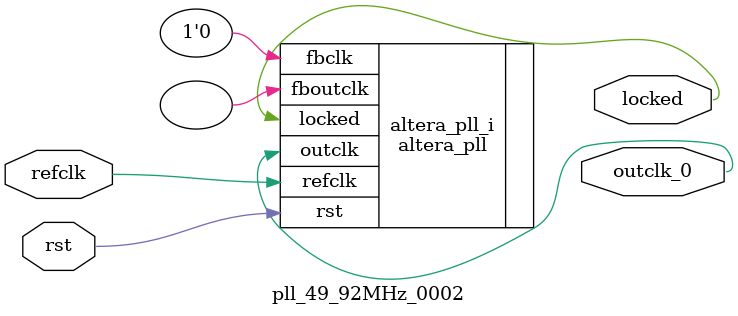
<source format=v>
`timescale 1ns/10ps
module  pll_49_92MHz_0002(

	// interface 'refclk'
	input wire refclk,

	// interface 'reset'
	input wire rst,

	// interface 'outclk0'
	output wire outclk_0,

	// interface 'locked'
	output wire locked
);

	altera_pll #(
		.fractional_vco_multiplier("true"),
		.reference_clock_frequency("50.0 MHz"),
		.operation_mode("direct"),
		.number_of_clocks(1),
		.output_clock_frequency0("49.919999 MHz"),
		.phase_shift0("0 ps"),
		.duty_cycle0(50),
		.output_clock_frequency1("0 MHz"),
		.phase_shift1("0 ps"),
		.duty_cycle1(50),
		.output_clock_frequency2("0 MHz"),
		.phase_shift2("0 ps"),
		.duty_cycle2(50),
		.output_clock_frequency3("0 MHz"),
		.phase_shift3("0 ps"),
		.duty_cycle3(50),
		.output_clock_frequency4("0 MHz"),
		.phase_shift4("0 ps"),
		.duty_cycle4(50),
		.output_clock_frequency5("0 MHz"),
		.phase_shift5("0 ps"),
		.duty_cycle5(50),
		.output_clock_frequency6("0 MHz"),
		.phase_shift6("0 ps"),
		.duty_cycle6(50),
		.output_clock_frequency7("0 MHz"),
		.phase_shift7("0 ps"),
		.duty_cycle7(50),
		.output_clock_frequency8("0 MHz"),
		.phase_shift8("0 ps"),
		.duty_cycle8(50),
		.output_clock_frequency9("0 MHz"),
		.phase_shift9("0 ps"),
		.duty_cycle9(50),
		.output_clock_frequency10("0 MHz"),
		.phase_shift10("0 ps"),
		.duty_cycle10(50),
		.output_clock_frequency11("0 MHz"),
		.phase_shift11("0 ps"),
		.duty_cycle11(50),
		.output_clock_frequency12("0 MHz"),
		.phase_shift12("0 ps"),
		.duty_cycle12(50),
		.output_clock_frequency13("0 MHz"),
		.phase_shift13("0 ps"),
		.duty_cycle13(50),
		.output_clock_frequency14("0 MHz"),
		.phase_shift14("0 ps"),
		.duty_cycle14(50),
		.output_clock_frequency15("0 MHz"),
		.phase_shift15("0 ps"),
		.duty_cycle15(50),
		.output_clock_frequency16("0 MHz"),
		.phase_shift16("0 ps"),
		.duty_cycle16(50),
		.output_clock_frequency17("0 MHz"),
		.phase_shift17("0 ps"),
		.duty_cycle17(50),
		.pll_type("General"),
		.pll_subtype("General")
	) altera_pll_i (
		.rst	(rst),
		.outclk	({outclk_0}),
		.locked	(locked),
		.fboutclk	( ),
		.fbclk	(1'b0),
		.refclk	(refclk)
	);
endmodule


</source>
